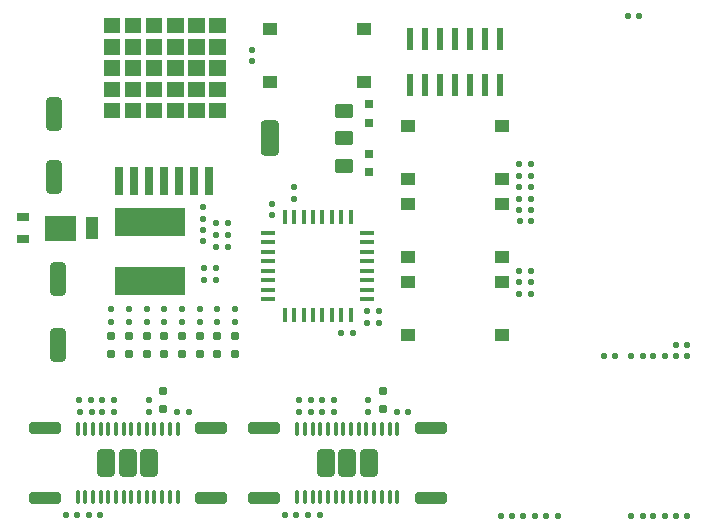
<source format=gbr>
%TF.GenerationSoftware,KiCad,Pcbnew,8.0.0-8.0.0-1~ubuntu22.04.1*%
%TF.CreationDate,2024-03-30T12:30:55+01:00*%
%TF.ProjectId,PAMI_mb,50414d49-5f6d-4622-9e6b-696361645f70,rev?*%
%TF.SameCoordinates,Original*%
%TF.FileFunction,Paste,Top*%
%TF.FilePolarity,Positive*%
%FSLAX46Y46*%
G04 Gerber Fmt 4.6, Leading zero omitted, Abs format (unit mm)*
G04 Created by KiCad (PCBNEW 8.0.0-8.0.0-1~ubuntu22.04.1) date 2024-03-30 12:30:55*
%MOMM*%
%LPD*%
G01*
G04 APERTURE LIST*
G04 Aperture macros list*
%AMRoundRect*
0 Rectangle with rounded corners*
0 $1 Rounding radius*
0 $2 $3 $4 $5 $6 $7 $8 $9 X,Y pos of 4 corners*
0 Add a 4 corners polygon primitive as box body*
4,1,4,$2,$3,$4,$5,$6,$7,$8,$9,$2,$3,0*
0 Add four circle primitives for the rounded corners*
1,1,$1+$1,$2,$3*
1,1,$1+$1,$4,$5*
1,1,$1+$1,$6,$7*
1,1,$1+$1,$8,$9*
0 Add four rect primitives between the rounded corners*
20,1,$1+$1,$2,$3,$4,$5,0*
20,1,$1+$1,$4,$5,$6,$7,0*
20,1,$1+$1,$6,$7,$8,$9,0*
20,1,$1+$1,$8,$9,$2,$3,0*%
G04 Aperture macros list end*
%ADD10C,0.010000*%
%ADD11R,1.240000X1.040000*%
%ADD12RoundRect,0.300000X0.500000X0.300000X-0.500000X0.300000X-0.500000X-0.300000X0.500000X-0.300000X0*%
%ADD13RoundRect,0.400000X0.400000X1.120000X-0.400000X1.120000X-0.400000X-1.120000X0.400000X-1.120000X0*%
%ADD14RoundRect,0.108000X-0.108000X-0.148000X0.108000X-0.148000X0.108000X0.148000X-0.108000X0.148000X0*%
%ADD15RoundRect,0.112000X0.112000X0.136000X-0.112000X0.136000X-0.112000X-0.136000X0.112000X-0.136000X0*%
%ADD16RoundRect,0.108000X-0.148000X0.108000X-0.148000X-0.108000X0.148000X-0.108000X0.148000X0.108000X0*%
%ADD17RoundRect,0.108000X0.108000X0.148000X-0.108000X0.148000X-0.108000X-0.148000X0.108000X-0.148000X0*%
%ADD18RoundRect,0.100000X-0.500000X-0.100000X0.500000X-0.100000X0.500000X0.100000X-0.500000X0.100000X0*%
%ADD19RoundRect,0.100000X-0.100000X-0.500000X0.100000X-0.500000X0.100000X0.500000X-0.100000X0.500000X0*%
%ADD20RoundRect,0.180000X-0.200000X0.180000X-0.200000X-0.180000X0.200000X-0.180000X0.200000X0.180000X0*%
%ADD21RoundRect,0.108000X0.148000X-0.108000X0.148000X0.108000X-0.148000X0.108000X-0.148000X-0.108000X0*%
%ADD22RoundRect,0.250000X0.475000X-0.900000X0.475000X0.900000X-0.475000X0.900000X-0.475000X-0.900000X0*%
%ADD23RoundRect,0.080000X0.080000X-0.510000X0.080000X0.510000X-0.080000X0.510000X-0.080000X-0.510000X0*%
%ADD24RoundRect,0.200000X-0.440000X1.200000X-0.440000X-1.200000X0.440000X-1.200000X0.440000X1.200000X0*%
%ADD25RoundRect,0.175000X0.205000X-0.175000X0.205000X0.175000X-0.205000X0.175000X-0.205000X-0.175000X0*%
%ADD26RoundRect,0.175000X-0.205000X0.175000X-0.205000X-0.175000X0.205000X-0.175000X0.205000X0.175000X0*%
%ADD27R,0.592000X1.920000*%
%ADD28RoundRect,0.112000X-0.136000X0.112000X-0.136000X-0.112000X0.136000X-0.112000X0.136000X0.112000X0*%
%ADD29R,0.800000X2.352000*%
%ADD30R,1.048000X0.800000*%
%ADD31R,1.048000X1.968000*%
%ADD32RoundRect,0.200000X1.140000X-0.290000X1.140000X0.290000X-1.140000X0.290000X-1.140000X-0.290000X0*%
%ADD33RoundRect,0.112000X-0.112000X-0.136000X0.112000X-0.136000X0.112000X0.136000X-0.112000X0.136000X0*%
%ADD34RoundRect,0.200000X0.440000X-1.200000X0.440000X1.200000X-0.440000X1.200000X-0.440000X-1.200000X0*%
%ADD35RoundRect,0.112000X0.136000X-0.112000X0.136000X0.112000X-0.136000X0.112000X-0.136000X-0.112000X0*%
%ADD36R,6.000000X2.400000*%
G04 APERTURE END LIST*
D10*
%TO.C,U102*%
X142480000Y-54432500D02*
X141170000Y-54432500D01*
X141170000Y-53202500D01*
X142480000Y-53202500D01*
X142480000Y-54432500D01*
G36*
X142480000Y-54432500D02*
G01*
X141170000Y-54432500D01*
X141170000Y-53202500D01*
X142480000Y-53202500D01*
X142480000Y-54432500D01*
G37*
X142480000Y-56232500D02*
X141170000Y-56232500D01*
X141170000Y-55002500D01*
X142480000Y-55002500D01*
X142480000Y-56232500D01*
G36*
X142480000Y-56232500D02*
G01*
X141170000Y-56232500D01*
X141170000Y-55002500D01*
X142480000Y-55002500D01*
X142480000Y-56232500D01*
G37*
X142480000Y-58032500D02*
X141170000Y-58032500D01*
X141170000Y-56802500D01*
X142480000Y-56802500D01*
X142480000Y-58032500D01*
G36*
X142480000Y-58032500D02*
G01*
X141170000Y-58032500D01*
X141170000Y-56802500D01*
X142480000Y-56802500D01*
X142480000Y-58032500D01*
G37*
X142480000Y-59832500D02*
X141170000Y-59832500D01*
X141170000Y-58602500D01*
X142480000Y-58602500D01*
X142480000Y-59832500D01*
G36*
X142480000Y-59832500D02*
G01*
X141170000Y-59832500D01*
X141170000Y-58602500D01*
X142480000Y-58602500D01*
X142480000Y-59832500D01*
G37*
X142480000Y-61632500D02*
X141170000Y-61632500D01*
X141170000Y-60402500D01*
X142480000Y-60402500D01*
X142480000Y-61632500D01*
G36*
X142480000Y-61632500D02*
G01*
X141170000Y-61632500D01*
X141170000Y-60402500D01*
X142480000Y-60402500D01*
X142480000Y-61632500D01*
G37*
X144270000Y-54432500D02*
X142960000Y-54432500D01*
X142960000Y-53202500D01*
X144270000Y-53202500D01*
X144270000Y-54432500D01*
G36*
X144270000Y-54432500D02*
G01*
X142960000Y-54432500D01*
X142960000Y-53202500D01*
X144270000Y-53202500D01*
X144270000Y-54432500D01*
G37*
X144270000Y-56232500D02*
X142960000Y-56232500D01*
X142960000Y-55002500D01*
X144270000Y-55002500D01*
X144270000Y-56232500D01*
G36*
X144270000Y-56232500D02*
G01*
X142960000Y-56232500D01*
X142960000Y-55002500D01*
X144270000Y-55002500D01*
X144270000Y-56232500D01*
G37*
X144270000Y-58032500D02*
X142960000Y-58032500D01*
X142960000Y-56802500D01*
X144270000Y-56802500D01*
X144270000Y-58032500D01*
G36*
X144270000Y-58032500D02*
G01*
X142960000Y-58032500D01*
X142960000Y-56802500D01*
X144270000Y-56802500D01*
X144270000Y-58032500D01*
G37*
X144270000Y-59832500D02*
X142960000Y-59832500D01*
X142960000Y-58602500D01*
X144270000Y-58602500D01*
X144270000Y-59832500D01*
G36*
X144270000Y-59832500D02*
G01*
X142960000Y-59832500D01*
X142960000Y-58602500D01*
X144270000Y-58602500D01*
X144270000Y-59832500D01*
G37*
X144270000Y-61632500D02*
X142960000Y-61632500D01*
X142960000Y-60402500D01*
X144270000Y-60402500D01*
X144270000Y-61632500D01*
G36*
X144270000Y-61632500D02*
G01*
X142960000Y-61632500D01*
X142960000Y-60402500D01*
X144270000Y-60402500D01*
X144270000Y-61632500D01*
G37*
X146060000Y-54432500D02*
X144750000Y-54432500D01*
X144750000Y-53202500D01*
X146060000Y-53202500D01*
X146060000Y-54432500D01*
G36*
X146060000Y-54432500D02*
G01*
X144750000Y-54432500D01*
X144750000Y-53202500D01*
X146060000Y-53202500D01*
X146060000Y-54432500D01*
G37*
X146060000Y-56232500D02*
X144750000Y-56232500D01*
X144750000Y-55002500D01*
X146060000Y-55002500D01*
X146060000Y-56232500D01*
G36*
X146060000Y-56232500D02*
G01*
X144750000Y-56232500D01*
X144750000Y-55002500D01*
X146060000Y-55002500D01*
X146060000Y-56232500D01*
G37*
X146060000Y-58032500D02*
X144750000Y-58032500D01*
X144750000Y-56802500D01*
X146060000Y-56802500D01*
X146060000Y-58032500D01*
G36*
X146060000Y-58032500D02*
G01*
X144750000Y-58032500D01*
X144750000Y-56802500D01*
X146060000Y-56802500D01*
X146060000Y-58032500D01*
G37*
X146060000Y-59832500D02*
X144750000Y-59832500D01*
X144750000Y-58602500D01*
X146060000Y-58602500D01*
X146060000Y-59832500D01*
G36*
X146060000Y-59832500D02*
G01*
X144750000Y-59832500D01*
X144750000Y-58602500D01*
X146060000Y-58602500D01*
X146060000Y-59832500D01*
G37*
X146060000Y-61632500D02*
X144750000Y-61632500D01*
X144750000Y-60402500D01*
X146060000Y-60402500D01*
X146060000Y-61632500D01*
G36*
X146060000Y-61632500D02*
G01*
X144750000Y-61632500D01*
X144750000Y-60402500D01*
X146060000Y-60402500D01*
X146060000Y-61632500D01*
G37*
X147850000Y-54432500D02*
X146540000Y-54432500D01*
X146540000Y-53202500D01*
X147850000Y-53202500D01*
X147850000Y-54432500D01*
G36*
X147850000Y-54432500D02*
G01*
X146540000Y-54432500D01*
X146540000Y-53202500D01*
X147850000Y-53202500D01*
X147850000Y-54432500D01*
G37*
X147850000Y-56232500D02*
X146540000Y-56232500D01*
X146540000Y-55002500D01*
X147850000Y-55002500D01*
X147850000Y-56232500D01*
G36*
X147850000Y-56232500D02*
G01*
X146540000Y-56232500D01*
X146540000Y-55002500D01*
X147850000Y-55002500D01*
X147850000Y-56232500D01*
G37*
X147850000Y-58032500D02*
X146540000Y-58032500D01*
X146540000Y-56802500D01*
X147850000Y-56802500D01*
X147850000Y-58032500D01*
G36*
X147850000Y-58032500D02*
G01*
X146540000Y-58032500D01*
X146540000Y-56802500D01*
X147850000Y-56802500D01*
X147850000Y-58032500D01*
G37*
X147850000Y-59832500D02*
X146540000Y-59832500D01*
X146540000Y-58602500D01*
X147850000Y-58602500D01*
X147850000Y-59832500D01*
G36*
X147850000Y-59832500D02*
G01*
X146540000Y-59832500D01*
X146540000Y-58602500D01*
X147850000Y-58602500D01*
X147850000Y-59832500D01*
G37*
X147850000Y-61632500D02*
X146540000Y-61632500D01*
X146540000Y-60402500D01*
X147850000Y-60402500D01*
X147850000Y-61632500D01*
G36*
X147850000Y-61632500D02*
G01*
X146540000Y-61632500D01*
X146540000Y-60402500D01*
X147850000Y-60402500D01*
X147850000Y-61632500D01*
G37*
X149640000Y-54432500D02*
X148330000Y-54432500D01*
X148330000Y-53202500D01*
X149640000Y-53202500D01*
X149640000Y-54432500D01*
G36*
X149640000Y-54432500D02*
G01*
X148330000Y-54432500D01*
X148330000Y-53202500D01*
X149640000Y-53202500D01*
X149640000Y-54432500D01*
G37*
X149640000Y-56232500D02*
X148330000Y-56232500D01*
X148330000Y-55002500D01*
X149640000Y-55002500D01*
X149640000Y-56232500D01*
G36*
X149640000Y-56232500D02*
G01*
X148330000Y-56232500D01*
X148330000Y-55002500D01*
X149640000Y-55002500D01*
X149640000Y-56232500D01*
G37*
X149640000Y-58032500D02*
X148330000Y-58032500D01*
X148330000Y-56802500D01*
X149640000Y-56802500D01*
X149640000Y-58032500D01*
G36*
X149640000Y-58032500D02*
G01*
X148330000Y-58032500D01*
X148330000Y-56802500D01*
X149640000Y-56802500D01*
X149640000Y-58032500D01*
G37*
X149640000Y-59832500D02*
X148330000Y-59832500D01*
X148330000Y-58602500D01*
X149640000Y-58602500D01*
X149640000Y-59832500D01*
G36*
X149640000Y-59832500D02*
G01*
X148330000Y-59832500D01*
X148330000Y-58602500D01*
X149640000Y-58602500D01*
X149640000Y-59832500D01*
G37*
X149640000Y-61632500D02*
X148330000Y-61632500D01*
X148330000Y-60402500D01*
X149640000Y-60402500D01*
X149640000Y-61632500D01*
G36*
X149640000Y-61632500D02*
G01*
X148330000Y-61632500D01*
X148330000Y-60402500D01*
X149640000Y-60402500D01*
X149640000Y-61632500D01*
G37*
X151430000Y-54432500D02*
X150120000Y-54432500D01*
X150120000Y-53202500D01*
X151430000Y-53202500D01*
X151430000Y-54432500D01*
G36*
X151430000Y-54432500D02*
G01*
X150120000Y-54432500D01*
X150120000Y-53202500D01*
X151430000Y-53202500D01*
X151430000Y-54432500D01*
G37*
X151430000Y-56232500D02*
X150120000Y-56232500D01*
X150120000Y-55002500D01*
X151430000Y-55002500D01*
X151430000Y-56232500D01*
G36*
X151430000Y-56232500D02*
G01*
X150120000Y-56232500D01*
X150120000Y-55002500D01*
X151430000Y-55002500D01*
X151430000Y-56232500D01*
G37*
X151430000Y-58032500D02*
X150120000Y-58032500D01*
X150120000Y-56802500D01*
X151430000Y-56802500D01*
X151430000Y-58032500D01*
G36*
X151430000Y-58032500D02*
G01*
X150120000Y-58032500D01*
X150120000Y-56802500D01*
X151430000Y-56802500D01*
X151430000Y-58032500D01*
G37*
X151430000Y-59832500D02*
X150120000Y-59832500D01*
X150120000Y-58602500D01*
X151430000Y-58602500D01*
X151430000Y-59832500D01*
G36*
X151430000Y-59832500D02*
G01*
X150120000Y-59832500D01*
X150120000Y-58602500D01*
X151430000Y-58602500D01*
X151430000Y-59832500D01*
G37*
X151430000Y-61632500D02*
X150120000Y-61632500D01*
X150120000Y-60402500D01*
X151430000Y-60402500D01*
X151430000Y-61632500D01*
G36*
X151430000Y-61632500D02*
G01*
X150120000Y-61632500D01*
X150120000Y-60402500D01*
X151430000Y-60402500D01*
X151430000Y-61632500D01*
G37*
%TO.C,CR101*%
X138764619Y-72003492D02*
X136224619Y-72003492D01*
X136224619Y-69963492D01*
X138764619Y-69963492D01*
X138764619Y-72003492D01*
G36*
X138764619Y-72003492D02*
G01*
X136224619Y-72003492D01*
X136224619Y-69963492D01*
X138764619Y-69963492D01*
X138764619Y-72003492D01*
G37*
%TD*%
D11*
%TO.C,SW501*%
X174875000Y-66850000D03*
X166925000Y-66850000D03*
X174875000Y-62350000D03*
X166925000Y-62350000D03*
%TD*%
D12*
%TO.C,U103*%
X161550000Y-65700000D03*
X161550000Y-63400000D03*
D13*
X155250000Y-63400000D03*
D12*
X161550000Y-61100000D03*
%TD*%
D14*
%TO.C,R501*%
X176340000Y-67510000D03*
X177360000Y-67510000D03*
%TD*%
D15*
%TO.C,C203*%
X166975000Y-86550000D03*
X166015000Y-86550000D03*
%TD*%
D16*
%TO.C,R116*%
X146300000Y-77890000D03*
X146300000Y-78910000D03*
%TD*%
D14*
%TO.C,R201*%
X159625000Y-86550000D03*
X160645000Y-86550000D03*
%TD*%
%TO.C,R204*%
X157715000Y-85550000D03*
X158735000Y-85550000D03*
%TD*%
D15*
%TO.C,C112*%
X186500000Y-53000000D03*
X185540000Y-53000000D03*
%TD*%
D17*
%TO.C,R111*%
X179610000Y-95400000D03*
X178590000Y-95400000D03*
%TD*%
D15*
%TO.C,C104*%
X164455000Y-79000000D03*
X163495000Y-79000000D03*
%TD*%
D18*
%TO.C,U101*%
X155125000Y-71400000D03*
X155125000Y-72200000D03*
X155125000Y-73000000D03*
X155125000Y-73800000D03*
X155125000Y-74600000D03*
X155125000Y-75400000D03*
X155125000Y-76200000D03*
X155125000Y-77000000D03*
D19*
X156500000Y-78375000D03*
X157300000Y-78375000D03*
X158100000Y-78375000D03*
X158900000Y-78375000D03*
X159700000Y-78375000D03*
X160500000Y-78375000D03*
X161300000Y-78375000D03*
X162100000Y-78375000D03*
D18*
X163475000Y-77000000D03*
X163475000Y-76200000D03*
X163475000Y-75400000D03*
X163475000Y-74600000D03*
X163475000Y-73800000D03*
X163475000Y-73000000D03*
X163475000Y-72200000D03*
X163475000Y-71400000D03*
D19*
X162100000Y-70025000D03*
X161300000Y-70025000D03*
X160500000Y-70025000D03*
X159700000Y-70025000D03*
X158900000Y-70025000D03*
X158100000Y-70025000D03*
X157300000Y-70025000D03*
X156500000Y-70025000D03*
%TD*%
D20*
%TO.C,C118*%
X163600000Y-64725000D03*
X163600000Y-66275000D03*
%TD*%
D21*
%TO.C,R101*%
X157275000Y-68510000D03*
X157275000Y-67490000D03*
%TD*%
D15*
%TO.C,C302*%
X138924260Y-95329491D03*
X137964260Y-95329491D03*
%TD*%
D22*
%TO.C,U301*%
X141400000Y-90900000D03*
X143200000Y-90900000D03*
X145000000Y-90900000D03*
D23*
X138975000Y-93762500D03*
X139625000Y-93762500D03*
X140275000Y-93762500D03*
X140925000Y-93762500D03*
X141575000Y-93762500D03*
X142225000Y-93762500D03*
X142875000Y-93762500D03*
X143525000Y-93762500D03*
X144175000Y-93762500D03*
X144825000Y-93762500D03*
X145475000Y-93762500D03*
X146125000Y-93762500D03*
X146775000Y-93762500D03*
X147425000Y-93762500D03*
X147425000Y-88037500D03*
X146775000Y-88037500D03*
X146125000Y-88037500D03*
X145475000Y-88037500D03*
X144825000Y-88037500D03*
X144175000Y-88037500D03*
X143525000Y-88037500D03*
X142875000Y-88037500D03*
X142225000Y-88037500D03*
X141575000Y-88037500D03*
X140925000Y-88037500D03*
X140275000Y-88037500D03*
X139625000Y-88037500D03*
X138975000Y-88037500D03*
%TD*%
D24*
%TO.C,C116*%
X137300000Y-75300000D03*
X137300000Y-80900000D03*
%TD*%
D17*
%TO.C,R303*%
X140155000Y-86550000D03*
X139135000Y-86550000D03*
%TD*%
%TO.C,R113*%
X151710000Y-71600000D03*
X150690000Y-71600000D03*
%TD*%
D14*
%TO.C,R105*%
X187690000Y-95400000D03*
X188710000Y-95400000D03*
%TD*%
D25*
%TO.C,D104*%
X152300000Y-81687500D03*
X152300000Y-80112500D03*
%TD*%
D26*
%TO.C,D301*%
X146225000Y-84762500D03*
X146225000Y-86337500D03*
%TD*%
D20*
%TO.C,C117*%
X163600000Y-60525000D03*
X163600000Y-62075000D03*
%TD*%
D27*
%TO.C,J103*%
X174700000Y-55000000D03*
X174700000Y-58900000D03*
X173430000Y-55000000D03*
X173430000Y-58900000D03*
X172160000Y-55000000D03*
X172160000Y-58900000D03*
X170890000Y-55000000D03*
X170890000Y-58900000D03*
X169620000Y-55000000D03*
X169620000Y-58900000D03*
X168350000Y-55000000D03*
X168350000Y-58900000D03*
X167080000Y-55000000D03*
X167080000Y-58900000D03*
%TD*%
D14*
%TO.C,R401*%
X176340000Y-68500000D03*
X177360000Y-68500000D03*
%TD*%
D16*
%TO.C,R108*%
X152300000Y-77890000D03*
X152300000Y-78910000D03*
%TD*%
D28*
%TO.C,C114*%
X149600000Y-71120000D03*
X149600000Y-72080000D03*
%TD*%
D15*
%TO.C,C202*%
X157460000Y-95300000D03*
X156500000Y-95300000D03*
%TD*%
%TO.C,C501*%
X177330000Y-65600000D03*
X176370000Y-65600000D03*
%TD*%
D26*
%TO.C,D201*%
X164825000Y-84762500D03*
X164825000Y-86337500D03*
%TD*%
D15*
%TO.C,C201*%
X159460000Y-95300000D03*
X158500000Y-95300000D03*
%TD*%
D29*
%TO.C,U102*%
X142490000Y-67010000D03*
X143760000Y-67010000D03*
X145030000Y-67010000D03*
X146300000Y-67010000D03*
X147570000Y-67010000D03*
X148840000Y-67010000D03*
X150110000Y-67010000D03*
%TD*%
D30*
%TO.C,CR101*%
X134344619Y-70063492D03*
X134344619Y-71903492D03*
D31*
X140154619Y-70983492D03*
%TD*%
D16*
%TO.C,R207*%
X163575000Y-85590000D03*
X163575000Y-86610000D03*
%TD*%
D25*
%TO.C,D106*%
X146300000Y-81687500D03*
X146300000Y-80112500D03*
%TD*%
D14*
%TO.C,R114*%
X176690000Y-95400000D03*
X177710000Y-95400000D03*
%TD*%
D32*
%TO.C,R206*%
X168875000Y-93862500D03*
X168875000Y-87937500D03*
%TD*%
D17*
%TO.C,R502*%
X177360000Y-66550000D03*
X176340000Y-66550000D03*
%TD*%
D11*
%TO.C,SW601*%
X166925000Y-75550000D03*
X174875000Y-75550000D03*
X166925000Y-80050000D03*
X174875000Y-80050000D03*
%TD*%
D15*
%TO.C,C101*%
X164455000Y-78000000D03*
X163495000Y-78000000D03*
%TD*%
D11*
%TO.C,SW401*%
X166925000Y-68950000D03*
X174875000Y-68950000D03*
X166925000Y-73450000D03*
X174875000Y-73450000D03*
%TD*%
D16*
%TO.C,R120*%
X147800000Y-77890000D03*
X147800000Y-78910000D03*
%TD*%
D14*
%TO.C,R301*%
X141025000Y-86550000D03*
X142045000Y-86550000D03*
%TD*%
D17*
%TO.C,R302*%
X142045000Y-85550000D03*
X141025000Y-85550000D03*
%TD*%
D32*
%TO.C,R305*%
X136175000Y-93862500D03*
X136175000Y-87937500D03*
%TD*%
D17*
%TO.C,R109*%
X186810000Y-95400000D03*
X185790000Y-95400000D03*
%TD*%
%TO.C,R202*%
X160645000Y-85550000D03*
X159625000Y-85550000D03*
%TD*%
D25*
%TO.C,D102*%
X149300000Y-81687500D03*
X149300000Y-80112500D03*
%TD*%
D17*
%TO.C,R402*%
X177360000Y-69450000D03*
X176340000Y-69450000D03*
%TD*%
D15*
%TO.C,C303*%
X148375000Y-86550000D03*
X147415000Y-86550000D03*
%TD*%
D33*
%TO.C,C107*%
X183520000Y-81800000D03*
X184480000Y-81800000D03*
%TD*%
D15*
%TO.C,C110*%
X175780000Y-95400000D03*
X174820000Y-95400000D03*
%TD*%
D14*
%TO.C,R601*%
X176340000Y-76550000D03*
X177360000Y-76550000D03*
%TD*%
D32*
%TO.C,R205*%
X154775000Y-93862500D03*
X154775000Y-87937500D03*
%TD*%
D25*
%TO.C,D101*%
X141800000Y-81687500D03*
X141800000Y-80112500D03*
%TD*%
D14*
%TO.C,R112*%
X150690000Y-70600000D03*
X151710000Y-70600000D03*
%TD*%
D16*
%TO.C,R110*%
X143300000Y-77890000D03*
X143300000Y-78910000D03*
%TD*%
D33*
%TO.C,C106*%
X189612129Y-95398128D03*
X190572129Y-95398128D03*
%TD*%
D25*
%TO.C,D105*%
X143300000Y-81687500D03*
X143300000Y-80112500D03*
%TD*%
D15*
%TO.C,C601*%
X177330000Y-74600000D03*
X176370000Y-74600000D03*
%TD*%
D16*
%TO.C,R104*%
X149300000Y-77890000D03*
X149300000Y-78910000D03*
%TD*%
D25*
%TO.C,D107*%
X144800000Y-81687500D03*
X144800000Y-80112500D03*
%TD*%
D34*
%TO.C,C115*%
X137000000Y-66700000D03*
X137000000Y-61300000D03*
%TD*%
D32*
%TO.C,R306*%
X150275000Y-93862500D03*
X150275000Y-87937500D03*
%TD*%
D22*
%TO.C,U201*%
X160000000Y-90900000D03*
X161800000Y-90900000D03*
X163600000Y-90900000D03*
D23*
X157575000Y-93762500D03*
X158225000Y-93762500D03*
X158875000Y-93762500D03*
X159525000Y-93762500D03*
X160175000Y-93762500D03*
X160825000Y-93762500D03*
X161475000Y-93762500D03*
X162125000Y-93762500D03*
X162775000Y-93762500D03*
X163425000Y-93762500D03*
X164075000Y-93762500D03*
X164725000Y-93762500D03*
X165375000Y-93762500D03*
X166025000Y-93762500D03*
X166025000Y-88037500D03*
X165375000Y-88037500D03*
X164725000Y-88037500D03*
X164075000Y-88037500D03*
X163425000Y-88037500D03*
X162775000Y-88037500D03*
X162125000Y-88037500D03*
X161475000Y-88037500D03*
X160825000Y-88037500D03*
X160175000Y-88037500D03*
X159525000Y-88037500D03*
X158875000Y-88037500D03*
X158225000Y-88037500D03*
X157575000Y-88037500D03*
%TD*%
D17*
%TO.C,R203*%
X158755000Y-86550000D03*
X157735000Y-86550000D03*
%TD*%
D16*
%TO.C,R106*%
X150800000Y-77890000D03*
X150800000Y-78910000D03*
%TD*%
D25*
%TO.C,D103*%
X150800000Y-81687500D03*
X150800000Y-80112500D03*
%TD*%
%TO.C,D108*%
X147800000Y-81687500D03*
X147800000Y-80112500D03*
%TD*%
D33*
%TO.C,C103*%
X161295000Y-79900000D03*
X162255000Y-79900000D03*
%TD*%
D15*
%TO.C,C401*%
X177341518Y-70428371D03*
X176381518Y-70428371D03*
%TD*%
D16*
%TO.C,R119*%
X144800000Y-77890000D03*
X144800000Y-78910000D03*
%TD*%
D11*
%TO.C,SW103*%
X163175000Y-58650000D03*
X155225000Y-58650000D03*
X163175000Y-54150000D03*
X155225000Y-54150000D03*
%TD*%
D15*
%TO.C,C111*%
X151680000Y-72600000D03*
X150720000Y-72600000D03*
%TD*%
D35*
%TO.C,C109*%
X153700000Y-56880000D03*
X153700000Y-55920000D03*
%TD*%
D14*
%TO.C,R117*%
X149680000Y-75400000D03*
X150700000Y-75400000D03*
%TD*%
D16*
%TO.C,R102*%
X141800000Y-77890000D03*
X141800000Y-78910000D03*
%TD*%
%TO.C,R307*%
X144975000Y-85590000D03*
X144975000Y-86610000D03*
%TD*%
D36*
%TO.C,L101*%
X145100000Y-70500000D03*
X145100000Y-75500000D03*
%TD*%
D16*
%TO.C,R115*%
X149600000Y-69190000D03*
X149600000Y-70210000D03*
%TD*%
D15*
%TO.C,C301*%
X140858320Y-95322328D03*
X139898320Y-95322328D03*
%TD*%
D17*
%TO.C,R107*%
X186820000Y-81800000D03*
X185800000Y-81800000D03*
%TD*%
%TO.C,R602*%
X177360000Y-75560000D03*
X176340000Y-75560000D03*
%TD*%
%TO.C,R103*%
X188710000Y-81800000D03*
X187690000Y-81800000D03*
%TD*%
D35*
%TO.C,C102*%
X155410609Y-69905319D03*
X155410609Y-68945319D03*
%TD*%
D14*
%TO.C,R304*%
X139115000Y-85550000D03*
X140135000Y-85550000D03*
%TD*%
D33*
%TO.C,C113*%
X189620000Y-80899720D03*
X190580000Y-80899720D03*
%TD*%
D17*
%TO.C,R118*%
X150700000Y-74400000D03*
X149680000Y-74400000D03*
%TD*%
D33*
%TO.C,C105*%
X189620000Y-81829491D03*
X190580000Y-81829491D03*
%TD*%
M02*

</source>
